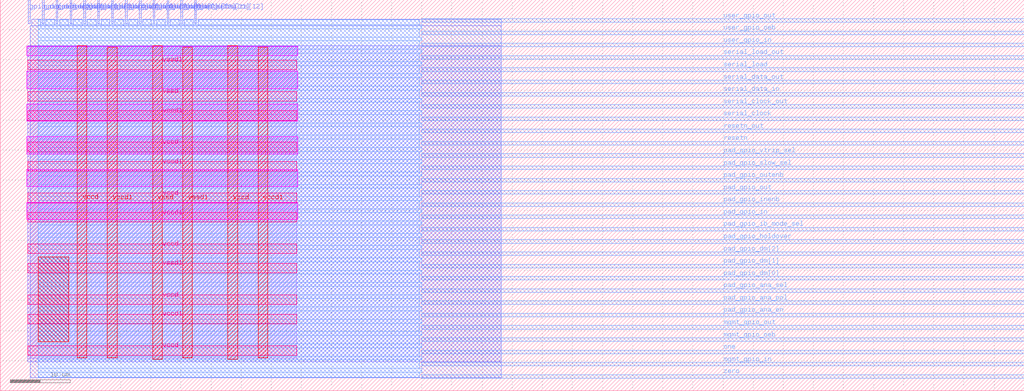
<source format=lef>
VERSION 5.7 ;
  NOWIREEXTENSIONATPIN ON ;
  DIVIDERCHAR "/" ;
  BUSBITCHARS "[]" ;
MACRO gpio_control_block
  CLASS BLOCK ;
  FOREIGN gpio_control_block ;
  ORIGIN 0.000 0.000 ;
  SIZE 170.000 BY 65.000 ;
  PIN gpio_defaults[0]
    DIRECTION INPUT ;
    USE SIGNAL ;
    PORT
      LAYER met2 ;
        RECT 4.690 61.000 4.970 65.000 ;
    END
  END gpio_defaults[0]
  PIN gpio_defaults[10]
    DIRECTION INPUT ;
    USE SIGNAL ;
    PORT
      LAYER met2 ;
        RECT 27.690 61.000 27.970 65.000 ;
    END
  END gpio_defaults[10]
  PIN gpio_defaults[11]
    DIRECTION INPUT ;
    USE SIGNAL ;
    PORT
      LAYER met2 ;
        RECT 29.990 61.000 30.270 65.000 ;
    END
  END gpio_defaults[11]
  PIN gpio_defaults[12]
    DIRECTION INPUT ;
    USE SIGNAL ;
    PORT
      LAYER met2 ;
        RECT 32.290 61.000 32.570 65.000 ;
    END
  END gpio_defaults[12]
  PIN gpio_defaults[1]
    DIRECTION INPUT ;
    USE SIGNAL ;
    PORT
      LAYER met2 ;
        RECT 6.990 61.000 7.270 65.000 ;
    END
  END gpio_defaults[1]
  PIN gpio_defaults[2]
    DIRECTION INPUT ;
    USE SIGNAL ;
    PORT
      LAYER met2 ;
        RECT 9.290 61.000 9.570 65.000 ;
    END
  END gpio_defaults[2]
  PIN gpio_defaults[3]
    DIRECTION INPUT ;
    USE SIGNAL ;
    PORT
      LAYER met2 ;
        RECT 11.590 61.000 11.870 65.000 ;
    END
  END gpio_defaults[3]
  PIN gpio_defaults[4]
    DIRECTION INPUT ;
    USE SIGNAL ;
    PORT
      LAYER met2 ;
        RECT 13.890 61.000 14.170 65.000 ;
    END
  END gpio_defaults[4]
  PIN gpio_defaults[5]
    DIRECTION INPUT ;
    USE SIGNAL ;
    PORT
      LAYER met2 ;
        RECT 16.190 61.000 16.470 65.000 ;
    END
  END gpio_defaults[5]
  PIN gpio_defaults[6]
    DIRECTION INPUT ;
    USE SIGNAL ;
    PORT
      LAYER met2 ;
        RECT 18.490 61.000 18.770 65.000 ;
    END
  END gpio_defaults[6]
  PIN gpio_defaults[7]
    DIRECTION INPUT ;
    USE SIGNAL ;
    PORT
      LAYER met2 ;
        RECT 20.790 61.000 21.070 65.000 ;
    END
  END gpio_defaults[7]
  PIN gpio_defaults[8]
    DIRECTION INPUT ;
    USE SIGNAL ;
    PORT
      LAYER met2 ;
        RECT 23.090 61.000 23.370 65.000 ;
    END
  END gpio_defaults[8]
  PIN gpio_defaults[9]
    DIRECTION INPUT ;
    USE SIGNAL ;
    PORT
      LAYER met2 ;
        RECT 25.390 61.000 25.670 65.000 ;
    END
  END gpio_defaults[9]
  PIN mgmt_gpio_in
    DIRECTION OUTPUT TRISTATE ;
    USE SIGNAL ;
    PORT
      LAYER met3 ;
        RECT 70.000 4.120 170.000 4.720 ;
    END
  END mgmt_gpio_in
  PIN mgmt_gpio_oeb
    DIRECTION INPUT ;
    USE SIGNAL ;
    PORT
      LAYER met3 ;
        RECT 70.000 8.200 170.000 8.800 ;
    END
  END mgmt_gpio_oeb
  PIN mgmt_gpio_out
    DIRECTION INPUT ;
    USE SIGNAL ;
    PORT
      LAYER met3 ;
        RECT 70.000 10.240 170.000 10.840 ;
    END
  END mgmt_gpio_out
  PIN one
    DIRECTION OUTPUT TRISTATE ;
    USE SIGNAL ;
    PORT
      LAYER met3 ;
        RECT 70.000 6.160 170.000 6.760 ;
    END
  END one
  PIN pad_gpio_ana_en
    DIRECTION OUTPUT TRISTATE ;
    USE SIGNAL ;
    PORT
      LAYER met3 ;
        RECT 70.000 12.280 170.000 12.880 ;
    END
  END pad_gpio_ana_en
  PIN pad_gpio_ana_pol
    DIRECTION OUTPUT TRISTATE ;
    USE SIGNAL ;
    PORT
      LAYER met3 ;
        RECT 70.000 14.320 170.000 14.920 ;
    END
  END pad_gpio_ana_pol
  PIN pad_gpio_ana_sel
    DIRECTION OUTPUT TRISTATE ;
    USE SIGNAL ;
    PORT
      LAYER met3 ;
        RECT 70.000 16.360 170.000 16.960 ;
    END
  END pad_gpio_ana_sel
  PIN pad_gpio_dm[0]
    DIRECTION OUTPUT TRISTATE ;
    USE SIGNAL ;
    PORT
      LAYER met3 ;
        RECT 70.000 18.400 170.000 19.000 ;
    END
  END pad_gpio_dm[0]
  PIN pad_gpio_dm[1]
    DIRECTION OUTPUT TRISTATE ;
    USE SIGNAL ;
    PORT
      LAYER met3 ;
        RECT 70.000 20.440 170.000 21.040 ;
    END
  END pad_gpio_dm[1]
  PIN pad_gpio_dm[2]
    DIRECTION OUTPUT TRISTATE ;
    USE SIGNAL ;
    PORT
      LAYER met3 ;
        RECT 70.000 22.480 170.000 23.080 ;
    END
  END pad_gpio_dm[2]
  PIN pad_gpio_holdover
    DIRECTION OUTPUT TRISTATE ;
    USE SIGNAL ;
    PORT
      LAYER met3 ;
        RECT 70.000 24.520 170.000 25.120 ;
    END
  END pad_gpio_holdover
  PIN pad_gpio_ib_mode_sel
    DIRECTION OUTPUT TRISTATE ;
    USE SIGNAL ;
    PORT
      LAYER met3 ;
        RECT 70.000 26.560 170.000 27.160 ;
    END
  END pad_gpio_ib_mode_sel
  PIN pad_gpio_in
    DIRECTION INPUT ;
    USE SIGNAL ;
    PORT
      LAYER met3 ;
        RECT 70.000 28.600 170.000 29.200 ;
    END
  END pad_gpio_in
  PIN pad_gpio_inenb
    DIRECTION OUTPUT TRISTATE ;
    USE SIGNAL ;
    PORT
      LAYER met3 ;
        RECT 70.000 30.640 170.000 31.240 ;
    END
  END pad_gpio_inenb
  PIN pad_gpio_out
    DIRECTION OUTPUT TRISTATE ;
    USE SIGNAL ;
    PORT
      LAYER met3 ;
        RECT 70.000 32.680 170.000 33.280 ;
    END
  END pad_gpio_out
  PIN pad_gpio_outenb
    DIRECTION OUTPUT TRISTATE ;
    USE SIGNAL ;
    PORT
      LAYER met3 ;
        RECT 70.000 34.720 170.000 35.320 ;
    END
  END pad_gpio_outenb
  PIN pad_gpio_slow_sel
    DIRECTION OUTPUT TRISTATE ;
    USE SIGNAL ;
    PORT
      LAYER met3 ;
        RECT 70.000 36.760 170.000 37.360 ;
    END
  END pad_gpio_slow_sel
  PIN pad_gpio_vtrip_sel
    DIRECTION OUTPUT TRISTATE ;
    USE SIGNAL ;
    PORT
      LAYER met3 ;
        RECT 70.000 38.800 170.000 39.400 ;
    END
  END pad_gpio_vtrip_sel
  PIN resetn
    DIRECTION INPUT ;
    USE SIGNAL ;
    PORT
      LAYER met3 ;
        RECT 70.000 40.840 170.000 41.440 ;
    END
  END resetn
  PIN resetn_out
    DIRECTION OUTPUT TRISTATE ;
    USE SIGNAL ;
    PORT
      LAYER met3 ;
        RECT 70.000 42.880 170.000 43.480 ;
    END
  END resetn_out
  PIN serial_clock
    DIRECTION INPUT ;
    USE SIGNAL ;
    PORT
      LAYER met3 ;
        RECT 70.000 44.920 170.000 45.520 ;
    END
  END serial_clock
  PIN serial_clock_out
    DIRECTION OUTPUT TRISTATE ;
    USE SIGNAL ;
    PORT
      LAYER met3 ;
        RECT 70.000 46.960 170.000 47.560 ;
    END
  END serial_clock_out
  PIN serial_data_in
    DIRECTION INPUT ;
    USE SIGNAL ;
    PORT
      LAYER met3 ;
        RECT 70.000 49.000 170.000 49.600 ;
    END
  END serial_data_in
  PIN serial_data_out
    DIRECTION OUTPUT TRISTATE ;
    USE SIGNAL ;
    PORT
      LAYER met3 ;
        RECT 70.000 51.040 170.000 51.640 ;
    END
  END serial_data_out
  PIN serial_load
    DIRECTION INPUT ;
    USE SIGNAL ;
    PORT
      LAYER met3 ;
        RECT 70.000 53.080 170.000 53.680 ;
    END
  END serial_load
  PIN serial_load_out
    DIRECTION OUTPUT TRISTATE ;
    USE SIGNAL ;
    PORT
      LAYER met3 ;
        RECT 70.000 55.120 170.000 55.720 ;
    END
  END serial_load_out
  PIN user_gpio_in
    DIRECTION OUTPUT TRISTATE ;
    USE SIGNAL ;
    PORT
      LAYER met3 ;
        RECT 70.000 57.160 170.000 57.760 ;
    END
  END user_gpio_in
  PIN user_gpio_oeb
    DIRECTION INPUT ;
    USE SIGNAL ;
    PORT
      LAYER met3 ;
        RECT 70.000 59.200 170.000 59.800 ;
    END
  END user_gpio_oeb
  PIN user_gpio_out
    DIRECTION INPUT ;
    USE SIGNAL ;
    PORT
      LAYER met3 ;
        RECT 70.000 61.240 170.000 61.840 ;
    END
  END user_gpio_out
  PIN vccd
    DIRECTION INPUT ;
    USE POWER ;
    PORT
      LAYER met5 ;
        RECT 4.600 5.900 49.220 7.500 ;
    END
    PORT
      LAYER met5 ;
        RECT 4.600 22.800 49.220 24.400 ;
    END
    PORT
      LAYER met5 ;
        RECT 4.600 39.700 49.220 41.300 ;
    END
    PORT
      LAYER met4 ;
        RECT 12.800 5.440 14.400 57.360 ;
    END
    PORT
      LAYER met4 ;
        RECT 37.800 5.200 39.400 57.360 ;
    END
  END vccd
  PIN vccd1
    DIRECTION INPUT ;
    USE POWER ;
    PORT
      LAYER met5 ;
        RECT 4.600 11.140 49.220 12.740 ;
    END
    PORT
      LAYER met5 ;
        RECT 4.600 28.040 49.220 29.640 ;
    END
    PORT
      LAYER met5 ;
        RECT 4.600 44.940 49.220 46.540 ;
    END
    PORT
      LAYER met4 ;
        RECT 17.800 5.440 19.400 57.120 ;
    END
    PORT
      LAYER met4 ;
        RECT 42.800 5.440 44.400 57.120 ;
    END
  END vccd1
  PIN vssd
    DIRECTION INPUT ;
    USE GROUND ;
    PORT
      LAYER met5 ;
        RECT 4.600 14.350 49.220 15.950 ;
    END
    PORT
      LAYER met5 ;
        RECT 4.600 31.250 49.220 32.850 ;
    END
    PORT
      LAYER met5 ;
        RECT 4.600 48.150 49.220 49.750 ;
    END
    PORT
      LAYER met4 ;
        RECT 25.300 5.200 26.900 57.360 ;
    END
  END vssd
  PIN vssd1
    DIRECTION INPUT ;
    USE GROUND ;
    PORT
      LAYER met5 ;
        RECT 4.600 19.590 49.220 21.190 ;
    END
    PORT
      LAYER met5 ;
        RECT 4.600 36.490 49.220 38.090 ;
    END
    PORT
      LAYER met5 ;
        RECT 4.600 53.390 49.220 54.990 ;
    END
    PORT
      LAYER met4 ;
        RECT 30.300 5.440 31.900 57.120 ;
    END
  END vssd1
  PIN zero
    DIRECTION OUTPUT TRISTATE ;
    USE SIGNAL ;
    PORT
      LAYER met3 ;
        RECT 70.000 2.080 170.000 2.680 ;
    END
  END zero
  OBS
      LAYER nwell ;
        RECT 4.410 55.705 49.410 57.310 ;
        RECT 4.410 50.265 49.410 53.095 ;
        RECT 4.410 44.825 49.410 47.655 ;
        RECT 4.410 39.385 49.410 42.215 ;
        RECT 4.410 33.945 49.410 36.775 ;
        RECT 4.410 28.505 49.410 31.335 ;
      LAYER li1 ;
        RECT 4.600 5.355 49.220 57.205 ;
      LAYER met1 ;
        RECT 4.600 4.800 83.190 57.360 ;
      LAYER met2 ;
        RECT 5.250 60.720 6.710 61.725 ;
        RECT 7.550 60.720 9.010 61.725 ;
        RECT 9.850 60.720 11.310 61.725 ;
        RECT 12.150 60.720 13.610 61.725 ;
        RECT 14.450 60.720 15.910 61.725 ;
        RECT 16.750 60.720 18.210 61.725 ;
        RECT 19.050 60.720 20.510 61.725 ;
        RECT 21.350 60.720 22.810 61.725 ;
        RECT 23.650 60.720 25.110 61.725 ;
        RECT 25.950 60.720 27.410 61.725 ;
        RECT 28.250 60.720 29.710 61.725 ;
        RECT 30.550 60.720 32.010 61.725 ;
        RECT 32.850 60.720 83.170 61.725 ;
        RECT 4.970 2.195 83.170 60.720 ;
      LAYER met3 ;
        RECT 6.280 60.840 69.600 61.705 ;
        RECT 6.280 60.200 70.000 60.840 ;
        RECT 6.280 58.800 69.600 60.200 ;
        RECT 6.280 58.160 70.000 58.800 ;
        RECT 6.280 56.760 69.600 58.160 ;
        RECT 6.280 56.120 70.000 56.760 ;
        RECT 6.280 54.720 69.600 56.120 ;
        RECT 6.280 54.080 70.000 54.720 ;
        RECT 6.280 52.680 69.600 54.080 ;
        RECT 6.280 52.040 70.000 52.680 ;
        RECT 6.280 50.640 69.600 52.040 ;
        RECT 6.280 50.000 70.000 50.640 ;
        RECT 6.280 48.600 69.600 50.000 ;
        RECT 6.280 47.960 70.000 48.600 ;
        RECT 6.280 46.560 69.600 47.960 ;
        RECT 6.280 45.920 70.000 46.560 ;
        RECT 6.280 44.520 69.600 45.920 ;
        RECT 6.280 43.880 70.000 44.520 ;
        RECT 6.280 42.480 69.600 43.880 ;
        RECT 6.280 41.840 70.000 42.480 ;
        RECT 6.280 40.440 69.600 41.840 ;
        RECT 6.280 39.800 70.000 40.440 ;
        RECT 6.280 38.400 69.600 39.800 ;
        RECT 6.280 37.760 70.000 38.400 ;
        RECT 6.280 36.360 69.600 37.760 ;
        RECT 6.280 35.720 70.000 36.360 ;
        RECT 6.280 34.320 69.600 35.720 ;
        RECT 6.280 33.680 70.000 34.320 ;
        RECT 6.280 32.280 69.600 33.680 ;
        RECT 6.280 31.640 70.000 32.280 ;
        RECT 6.280 30.240 69.600 31.640 ;
        RECT 6.280 29.600 70.000 30.240 ;
        RECT 6.280 28.200 69.600 29.600 ;
        RECT 6.280 27.560 70.000 28.200 ;
        RECT 6.280 26.160 69.600 27.560 ;
        RECT 6.280 25.520 70.000 26.160 ;
        RECT 6.280 24.120 69.600 25.520 ;
        RECT 6.280 23.480 70.000 24.120 ;
        RECT 6.280 22.080 69.600 23.480 ;
        RECT 6.280 21.440 70.000 22.080 ;
        RECT 6.280 20.040 69.600 21.440 ;
        RECT 6.280 19.400 70.000 20.040 ;
        RECT 6.280 18.000 69.600 19.400 ;
        RECT 6.280 17.360 70.000 18.000 ;
        RECT 6.280 15.960 69.600 17.360 ;
        RECT 6.280 15.320 70.000 15.960 ;
        RECT 6.280 13.920 69.600 15.320 ;
        RECT 6.280 13.280 70.000 13.920 ;
        RECT 6.280 11.880 69.600 13.280 ;
        RECT 6.280 11.240 70.000 11.880 ;
        RECT 6.280 9.840 69.600 11.240 ;
        RECT 6.280 9.200 70.000 9.840 ;
        RECT 6.280 7.800 69.600 9.200 ;
        RECT 6.280 7.160 70.000 7.800 ;
        RECT 6.280 5.760 69.600 7.160 ;
        RECT 6.280 5.120 70.000 5.760 ;
        RECT 6.280 3.720 69.600 5.120 ;
        RECT 6.280 3.080 70.000 3.720 ;
        RECT 6.280 2.215 69.600 3.080 ;
      LAYER met4 ;
        RECT 6.280 8.160 11.380 22.240 ;
  END
END gpio_control_block
END LIBRARY


</source>
